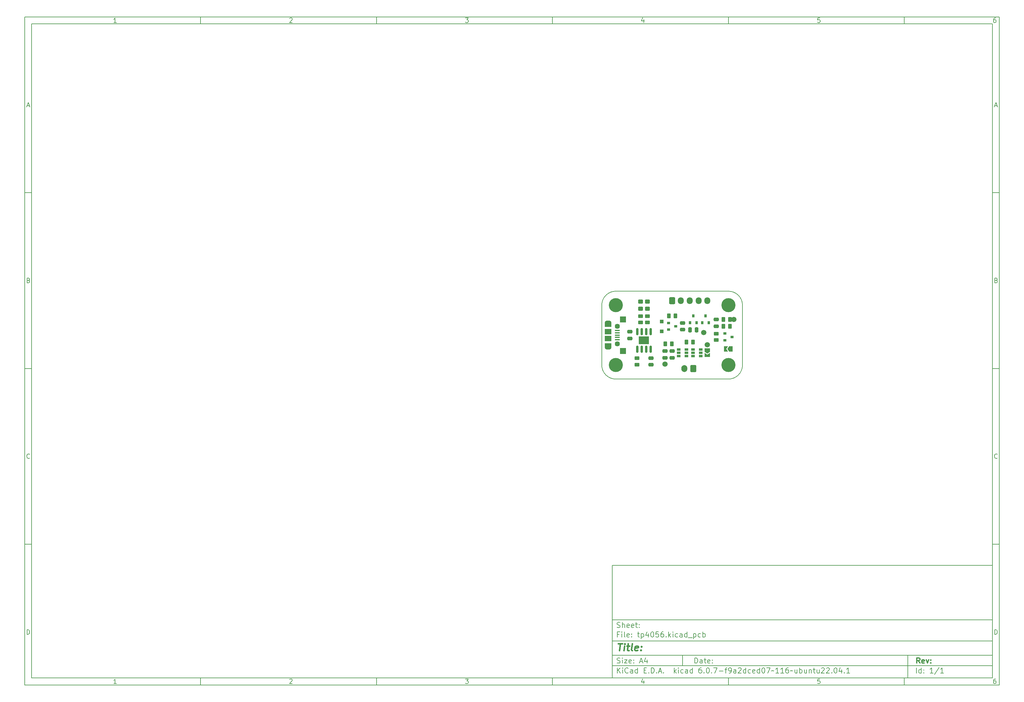
<source format=gbr>
%TF.GenerationSoftware,KiCad,Pcbnew,6.0.7-f9a2dced07~116~ubuntu22.04.1*%
%TF.CreationDate,2022-09-07T10:58:27-03:00*%
%TF.ProjectId,tp4056,74703430-3536-42e6-9b69-6361645f7063,rev?*%
%TF.SameCoordinates,Original*%
%TF.FileFunction,Soldermask,Top*%
%TF.FilePolarity,Negative*%
%FSLAX46Y46*%
G04 Gerber Fmt 4.6, Leading zero omitted, Abs format (unit mm)*
G04 Created by KiCad (PCBNEW 6.0.7-f9a2dced07~116~ubuntu22.04.1) date 2022-09-07 10:58:27*
%MOMM*%
%LPD*%
G01*
G04 APERTURE LIST*
G04 Aperture macros list*
%AMRoundRect*
0 Rectangle with rounded corners*
0 $1 Rounding radius*
0 $2 $3 $4 $5 $6 $7 $8 $9 X,Y pos of 4 corners*
0 Add a 4 corners polygon primitive as box body*
4,1,4,$2,$3,$4,$5,$6,$7,$8,$9,$2,$3,0*
0 Add four circle primitives for the rounded corners*
1,1,$1+$1,$2,$3*
1,1,$1+$1,$4,$5*
1,1,$1+$1,$6,$7*
1,1,$1+$1,$8,$9*
0 Add four rect primitives between the rounded corners*
20,1,$1+$1,$2,$3,$4,$5,0*
20,1,$1+$1,$4,$5,$6,$7,0*
20,1,$1+$1,$6,$7,$8,$9,0*
20,1,$1+$1,$8,$9,$2,$3,0*%
%AMFreePoly0*
4,1,6,1.000000,0.000000,0.500000,-0.750000,-0.500000,-0.750000,-0.500000,0.750000,0.500000,0.750000,1.000000,0.000000,1.000000,0.000000,$1*%
%AMFreePoly1*
4,1,6,0.500000,-0.750000,-0.650000,-0.750000,-0.150000,0.000000,-0.650000,0.750000,0.500000,0.750000,0.500000,-0.750000,0.500000,-0.750000,$1*%
G04 Aperture macros list end*
%ADD10C,0.100000*%
%ADD11C,0.150000*%
%ADD12C,0.300000*%
%ADD13C,0.400000*%
%TA.AperFunction,Profile*%
%ADD14C,0.150000*%
%TD*%
%ADD15RoundRect,0.250000X-0.475000X0.250000X-0.475000X-0.250000X0.475000X-0.250000X0.475000X0.250000X0*%
%ADD16RoundRect,0.250000X0.262500X0.450000X-0.262500X0.450000X-0.262500X-0.450000X0.262500X-0.450000X0*%
%ADD17R,0.900000X0.800000*%
%ADD18RoundRect,0.250000X-0.450000X0.262500X-0.450000X-0.262500X0.450000X-0.262500X0.450000X0.262500X0*%
%ADD19RoundRect,0.250000X-0.262500X-0.450000X0.262500X-0.450000X0.262500X0.450000X-0.262500X0.450000X0*%
%ADD20RoundRect,0.150000X0.150000X-0.825000X0.150000X0.825000X-0.150000X0.825000X-0.150000X-0.825000X0*%
%ADD21R,3.000000X2.290000*%
%ADD22R,1.350000X0.400000*%
%ADD23O,1.900000X1.200000*%
%ADD24R,1.900000X1.200000*%
%ADD25C,1.450000*%
%ADD26R,1.900000X1.500000*%
%ADD27RoundRect,0.250000X-0.600000X-0.725000X0.600000X-0.725000X0.600000X0.725000X-0.600000X0.725000X0*%
%ADD28O,1.700000X1.950000*%
%ADD29RoundRect,0.250000X0.475000X-0.250000X0.475000X0.250000X-0.475000X0.250000X-0.475000X-0.250000X0*%
%ADD30RoundRect,0.250000X0.450000X-0.325000X0.450000X0.325000X-0.450000X0.325000X-0.450000X-0.325000X0*%
%ADD31R,1.700000X1.700000*%
%ADD32RoundRect,0.250000X0.600000X0.750000X-0.600000X0.750000X-0.600000X-0.750000X0.600000X-0.750000X0*%
%ADD33O,1.700000X2.000000*%
%ADD34RoundRect,0.250000X0.450000X-0.262500X0.450000X0.262500X-0.450000X0.262500X-0.450000X-0.262500X0*%
%ADD35FreePoly0,270.000000*%
%ADD36FreePoly1,270.000000*%
%ADD37R,0.800000X0.900000*%
%ADD38R,1.060000X0.650000*%
%ADD39R,1.100000X1.100000*%
%ADD40RoundRect,0.250000X0.250000X0.475000X-0.250000X0.475000X-0.250000X-0.475000X0.250000X-0.475000X0*%
%ADD41C,4.000000*%
%ADD42FreePoly0,180.000000*%
%ADD43FreePoly1,180.000000*%
%ADD44C,1.500000*%
G04 APERTURE END LIST*
D10*
D11*
X177002200Y-166007200D02*
X177002200Y-198007200D01*
X285002200Y-198007200D01*
X285002200Y-166007200D01*
X177002200Y-166007200D01*
D10*
D11*
X10000000Y-10000000D02*
X10000000Y-200007200D01*
X287002200Y-200007200D01*
X287002200Y-10000000D01*
X10000000Y-10000000D01*
D10*
D11*
X12000000Y-12000000D02*
X12000000Y-198007200D01*
X285002200Y-198007200D01*
X285002200Y-12000000D01*
X12000000Y-12000000D01*
D10*
D11*
X60000000Y-12000000D02*
X60000000Y-10000000D01*
D10*
D11*
X110000000Y-12000000D02*
X110000000Y-10000000D01*
D10*
D11*
X160000000Y-12000000D02*
X160000000Y-10000000D01*
D10*
D11*
X210000000Y-12000000D02*
X210000000Y-10000000D01*
D10*
D11*
X260000000Y-12000000D02*
X260000000Y-10000000D01*
D10*
D11*
X36065476Y-11588095D02*
X35322619Y-11588095D01*
X35694047Y-11588095D02*
X35694047Y-10288095D01*
X35570238Y-10473809D01*
X35446428Y-10597619D01*
X35322619Y-10659523D01*
D10*
D11*
X85322619Y-10411904D02*
X85384523Y-10350000D01*
X85508333Y-10288095D01*
X85817857Y-10288095D01*
X85941666Y-10350000D01*
X86003571Y-10411904D01*
X86065476Y-10535714D01*
X86065476Y-10659523D01*
X86003571Y-10845238D01*
X85260714Y-11588095D01*
X86065476Y-11588095D01*
D10*
D11*
X135260714Y-10288095D02*
X136065476Y-10288095D01*
X135632142Y-10783333D01*
X135817857Y-10783333D01*
X135941666Y-10845238D01*
X136003571Y-10907142D01*
X136065476Y-11030952D01*
X136065476Y-11340476D01*
X136003571Y-11464285D01*
X135941666Y-11526190D01*
X135817857Y-11588095D01*
X135446428Y-11588095D01*
X135322619Y-11526190D01*
X135260714Y-11464285D01*
D10*
D11*
X185941666Y-10721428D02*
X185941666Y-11588095D01*
X185632142Y-10226190D02*
X185322619Y-11154761D01*
X186127380Y-11154761D01*
D10*
D11*
X236003571Y-10288095D02*
X235384523Y-10288095D01*
X235322619Y-10907142D01*
X235384523Y-10845238D01*
X235508333Y-10783333D01*
X235817857Y-10783333D01*
X235941666Y-10845238D01*
X236003571Y-10907142D01*
X236065476Y-11030952D01*
X236065476Y-11340476D01*
X236003571Y-11464285D01*
X235941666Y-11526190D01*
X235817857Y-11588095D01*
X235508333Y-11588095D01*
X235384523Y-11526190D01*
X235322619Y-11464285D01*
D10*
D11*
X285941666Y-10288095D02*
X285694047Y-10288095D01*
X285570238Y-10350000D01*
X285508333Y-10411904D01*
X285384523Y-10597619D01*
X285322619Y-10845238D01*
X285322619Y-11340476D01*
X285384523Y-11464285D01*
X285446428Y-11526190D01*
X285570238Y-11588095D01*
X285817857Y-11588095D01*
X285941666Y-11526190D01*
X286003571Y-11464285D01*
X286065476Y-11340476D01*
X286065476Y-11030952D01*
X286003571Y-10907142D01*
X285941666Y-10845238D01*
X285817857Y-10783333D01*
X285570238Y-10783333D01*
X285446428Y-10845238D01*
X285384523Y-10907142D01*
X285322619Y-11030952D01*
D10*
D11*
X60000000Y-198007200D02*
X60000000Y-200007200D01*
D10*
D11*
X110000000Y-198007200D02*
X110000000Y-200007200D01*
D10*
D11*
X160000000Y-198007200D02*
X160000000Y-200007200D01*
D10*
D11*
X210000000Y-198007200D02*
X210000000Y-200007200D01*
D10*
D11*
X260000000Y-198007200D02*
X260000000Y-200007200D01*
D10*
D11*
X36065476Y-199595295D02*
X35322619Y-199595295D01*
X35694047Y-199595295D02*
X35694047Y-198295295D01*
X35570238Y-198481009D01*
X35446428Y-198604819D01*
X35322619Y-198666723D01*
D10*
D11*
X85322619Y-198419104D02*
X85384523Y-198357200D01*
X85508333Y-198295295D01*
X85817857Y-198295295D01*
X85941666Y-198357200D01*
X86003571Y-198419104D01*
X86065476Y-198542914D01*
X86065476Y-198666723D01*
X86003571Y-198852438D01*
X85260714Y-199595295D01*
X86065476Y-199595295D01*
D10*
D11*
X135260714Y-198295295D02*
X136065476Y-198295295D01*
X135632142Y-198790533D01*
X135817857Y-198790533D01*
X135941666Y-198852438D01*
X136003571Y-198914342D01*
X136065476Y-199038152D01*
X136065476Y-199347676D01*
X136003571Y-199471485D01*
X135941666Y-199533390D01*
X135817857Y-199595295D01*
X135446428Y-199595295D01*
X135322619Y-199533390D01*
X135260714Y-199471485D01*
D10*
D11*
X185941666Y-198728628D02*
X185941666Y-199595295D01*
X185632142Y-198233390D02*
X185322619Y-199161961D01*
X186127380Y-199161961D01*
D10*
D11*
X236003571Y-198295295D02*
X235384523Y-198295295D01*
X235322619Y-198914342D01*
X235384523Y-198852438D01*
X235508333Y-198790533D01*
X235817857Y-198790533D01*
X235941666Y-198852438D01*
X236003571Y-198914342D01*
X236065476Y-199038152D01*
X236065476Y-199347676D01*
X236003571Y-199471485D01*
X235941666Y-199533390D01*
X235817857Y-199595295D01*
X235508333Y-199595295D01*
X235384523Y-199533390D01*
X235322619Y-199471485D01*
D10*
D11*
X285941666Y-198295295D02*
X285694047Y-198295295D01*
X285570238Y-198357200D01*
X285508333Y-198419104D01*
X285384523Y-198604819D01*
X285322619Y-198852438D01*
X285322619Y-199347676D01*
X285384523Y-199471485D01*
X285446428Y-199533390D01*
X285570238Y-199595295D01*
X285817857Y-199595295D01*
X285941666Y-199533390D01*
X286003571Y-199471485D01*
X286065476Y-199347676D01*
X286065476Y-199038152D01*
X286003571Y-198914342D01*
X285941666Y-198852438D01*
X285817857Y-198790533D01*
X285570238Y-198790533D01*
X285446428Y-198852438D01*
X285384523Y-198914342D01*
X285322619Y-199038152D01*
D10*
D11*
X10000000Y-60000000D02*
X12000000Y-60000000D01*
D10*
D11*
X10000000Y-110000000D02*
X12000000Y-110000000D01*
D10*
D11*
X10000000Y-160000000D02*
X12000000Y-160000000D01*
D10*
D11*
X10690476Y-35216666D02*
X11309523Y-35216666D01*
X10566666Y-35588095D02*
X11000000Y-34288095D01*
X11433333Y-35588095D01*
D10*
D11*
X11092857Y-84907142D02*
X11278571Y-84969047D01*
X11340476Y-85030952D01*
X11402380Y-85154761D01*
X11402380Y-85340476D01*
X11340476Y-85464285D01*
X11278571Y-85526190D01*
X11154761Y-85588095D01*
X10659523Y-85588095D01*
X10659523Y-84288095D01*
X11092857Y-84288095D01*
X11216666Y-84350000D01*
X11278571Y-84411904D01*
X11340476Y-84535714D01*
X11340476Y-84659523D01*
X11278571Y-84783333D01*
X11216666Y-84845238D01*
X11092857Y-84907142D01*
X10659523Y-84907142D01*
D10*
D11*
X11402380Y-135464285D02*
X11340476Y-135526190D01*
X11154761Y-135588095D01*
X11030952Y-135588095D01*
X10845238Y-135526190D01*
X10721428Y-135402380D01*
X10659523Y-135278571D01*
X10597619Y-135030952D01*
X10597619Y-134845238D01*
X10659523Y-134597619D01*
X10721428Y-134473809D01*
X10845238Y-134350000D01*
X11030952Y-134288095D01*
X11154761Y-134288095D01*
X11340476Y-134350000D01*
X11402380Y-134411904D01*
D10*
D11*
X10659523Y-185588095D02*
X10659523Y-184288095D01*
X10969047Y-184288095D01*
X11154761Y-184350000D01*
X11278571Y-184473809D01*
X11340476Y-184597619D01*
X11402380Y-184845238D01*
X11402380Y-185030952D01*
X11340476Y-185278571D01*
X11278571Y-185402380D01*
X11154761Y-185526190D01*
X10969047Y-185588095D01*
X10659523Y-185588095D01*
D10*
D11*
X287002200Y-60000000D02*
X285002200Y-60000000D01*
D10*
D11*
X287002200Y-110000000D02*
X285002200Y-110000000D01*
D10*
D11*
X287002200Y-160000000D02*
X285002200Y-160000000D01*
D10*
D11*
X285692676Y-35216666D02*
X286311723Y-35216666D01*
X285568866Y-35588095D02*
X286002200Y-34288095D01*
X286435533Y-35588095D01*
D10*
D11*
X286095057Y-84907142D02*
X286280771Y-84969047D01*
X286342676Y-85030952D01*
X286404580Y-85154761D01*
X286404580Y-85340476D01*
X286342676Y-85464285D01*
X286280771Y-85526190D01*
X286156961Y-85588095D01*
X285661723Y-85588095D01*
X285661723Y-84288095D01*
X286095057Y-84288095D01*
X286218866Y-84350000D01*
X286280771Y-84411904D01*
X286342676Y-84535714D01*
X286342676Y-84659523D01*
X286280771Y-84783333D01*
X286218866Y-84845238D01*
X286095057Y-84907142D01*
X285661723Y-84907142D01*
D10*
D11*
X286404580Y-135464285D02*
X286342676Y-135526190D01*
X286156961Y-135588095D01*
X286033152Y-135588095D01*
X285847438Y-135526190D01*
X285723628Y-135402380D01*
X285661723Y-135278571D01*
X285599819Y-135030952D01*
X285599819Y-134845238D01*
X285661723Y-134597619D01*
X285723628Y-134473809D01*
X285847438Y-134350000D01*
X286033152Y-134288095D01*
X286156961Y-134288095D01*
X286342676Y-134350000D01*
X286404580Y-134411904D01*
D10*
D11*
X285661723Y-185588095D02*
X285661723Y-184288095D01*
X285971247Y-184288095D01*
X286156961Y-184350000D01*
X286280771Y-184473809D01*
X286342676Y-184597619D01*
X286404580Y-184845238D01*
X286404580Y-185030952D01*
X286342676Y-185278571D01*
X286280771Y-185402380D01*
X286156961Y-185526190D01*
X285971247Y-185588095D01*
X285661723Y-185588095D01*
D10*
D11*
X200434342Y-193785771D02*
X200434342Y-192285771D01*
X200791485Y-192285771D01*
X201005771Y-192357200D01*
X201148628Y-192500057D01*
X201220057Y-192642914D01*
X201291485Y-192928628D01*
X201291485Y-193142914D01*
X201220057Y-193428628D01*
X201148628Y-193571485D01*
X201005771Y-193714342D01*
X200791485Y-193785771D01*
X200434342Y-193785771D01*
X202577200Y-193785771D02*
X202577200Y-193000057D01*
X202505771Y-192857200D01*
X202362914Y-192785771D01*
X202077200Y-192785771D01*
X201934342Y-192857200D01*
X202577200Y-193714342D02*
X202434342Y-193785771D01*
X202077200Y-193785771D01*
X201934342Y-193714342D01*
X201862914Y-193571485D01*
X201862914Y-193428628D01*
X201934342Y-193285771D01*
X202077200Y-193214342D01*
X202434342Y-193214342D01*
X202577200Y-193142914D01*
X203077200Y-192785771D02*
X203648628Y-192785771D01*
X203291485Y-192285771D02*
X203291485Y-193571485D01*
X203362914Y-193714342D01*
X203505771Y-193785771D01*
X203648628Y-193785771D01*
X204720057Y-193714342D02*
X204577200Y-193785771D01*
X204291485Y-193785771D01*
X204148628Y-193714342D01*
X204077200Y-193571485D01*
X204077200Y-193000057D01*
X204148628Y-192857200D01*
X204291485Y-192785771D01*
X204577200Y-192785771D01*
X204720057Y-192857200D01*
X204791485Y-193000057D01*
X204791485Y-193142914D01*
X204077200Y-193285771D01*
X205434342Y-193642914D02*
X205505771Y-193714342D01*
X205434342Y-193785771D01*
X205362914Y-193714342D01*
X205434342Y-193642914D01*
X205434342Y-193785771D01*
X205434342Y-192857200D02*
X205505771Y-192928628D01*
X205434342Y-193000057D01*
X205362914Y-192928628D01*
X205434342Y-192857200D01*
X205434342Y-193000057D01*
D10*
D11*
X177002200Y-194507200D02*
X285002200Y-194507200D01*
D10*
D11*
X178434342Y-196585771D02*
X178434342Y-195085771D01*
X179291485Y-196585771D02*
X178648628Y-195728628D01*
X179291485Y-195085771D02*
X178434342Y-195942914D01*
X179934342Y-196585771D02*
X179934342Y-195585771D01*
X179934342Y-195085771D02*
X179862914Y-195157200D01*
X179934342Y-195228628D01*
X180005771Y-195157200D01*
X179934342Y-195085771D01*
X179934342Y-195228628D01*
X181505771Y-196442914D02*
X181434342Y-196514342D01*
X181220057Y-196585771D01*
X181077200Y-196585771D01*
X180862914Y-196514342D01*
X180720057Y-196371485D01*
X180648628Y-196228628D01*
X180577200Y-195942914D01*
X180577200Y-195728628D01*
X180648628Y-195442914D01*
X180720057Y-195300057D01*
X180862914Y-195157200D01*
X181077200Y-195085771D01*
X181220057Y-195085771D01*
X181434342Y-195157200D01*
X181505771Y-195228628D01*
X182791485Y-196585771D02*
X182791485Y-195800057D01*
X182720057Y-195657200D01*
X182577200Y-195585771D01*
X182291485Y-195585771D01*
X182148628Y-195657200D01*
X182791485Y-196514342D02*
X182648628Y-196585771D01*
X182291485Y-196585771D01*
X182148628Y-196514342D01*
X182077200Y-196371485D01*
X182077200Y-196228628D01*
X182148628Y-196085771D01*
X182291485Y-196014342D01*
X182648628Y-196014342D01*
X182791485Y-195942914D01*
X184148628Y-196585771D02*
X184148628Y-195085771D01*
X184148628Y-196514342D02*
X184005771Y-196585771D01*
X183720057Y-196585771D01*
X183577200Y-196514342D01*
X183505771Y-196442914D01*
X183434342Y-196300057D01*
X183434342Y-195871485D01*
X183505771Y-195728628D01*
X183577200Y-195657200D01*
X183720057Y-195585771D01*
X184005771Y-195585771D01*
X184148628Y-195657200D01*
X186005771Y-195800057D02*
X186505771Y-195800057D01*
X186720057Y-196585771D02*
X186005771Y-196585771D01*
X186005771Y-195085771D01*
X186720057Y-195085771D01*
X187362914Y-196442914D02*
X187434342Y-196514342D01*
X187362914Y-196585771D01*
X187291485Y-196514342D01*
X187362914Y-196442914D01*
X187362914Y-196585771D01*
X188077200Y-196585771D02*
X188077200Y-195085771D01*
X188434342Y-195085771D01*
X188648628Y-195157200D01*
X188791485Y-195300057D01*
X188862914Y-195442914D01*
X188934342Y-195728628D01*
X188934342Y-195942914D01*
X188862914Y-196228628D01*
X188791485Y-196371485D01*
X188648628Y-196514342D01*
X188434342Y-196585771D01*
X188077200Y-196585771D01*
X189577200Y-196442914D02*
X189648628Y-196514342D01*
X189577200Y-196585771D01*
X189505771Y-196514342D01*
X189577200Y-196442914D01*
X189577200Y-196585771D01*
X190220057Y-196157200D02*
X190934342Y-196157200D01*
X190077200Y-196585771D02*
X190577200Y-195085771D01*
X191077200Y-196585771D01*
X191577200Y-196442914D02*
X191648628Y-196514342D01*
X191577200Y-196585771D01*
X191505771Y-196514342D01*
X191577200Y-196442914D01*
X191577200Y-196585771D01*
X194577200Y-196585771D02*
X194577200Y-195085771D01*
X194720057Y-196014342D02*
X195148628Y-196585771D01*
X195148628Y-195585771D02*
X194577200Y-196157200D01*
X195791485Y-196585771D02*
X195791485Y-195585771D01*
X195791485Y-195085771D02*
X195720057Y-195157200D01*
X195791485Y-195228628D01*
X195862914Y-195157200D01*
X195791485Y-195085771D01*
X195791485Y-195228628D01*
X197148628Y-196514342D02*
X197005771Y-196585771D01*
X196720057Y-196585771D01*
X196577200Y-196514342D01*
X196505771Y-196442914D01*
X196434342Y-196300057D01*
X196434342Y-195871485D01*
X196505771Y-195728628D01*
X196577200Y-195657200D01*
X196720057Y-195585771D01*
X197005771Y-195585771D01*
X197148628Y-195657200D01*
X198434342Y-196585771D02*
X198434342Y-195800057D01*
X198362914Y-195657200D01*
X198220057Y-195585771D01*
X197934342Y-195585771D01*
X197791485Y-195657200D01*
X198434342Y-196514342D02*
X198291485Y-196585771D01*
X197934342Y-196585771D01*
X197791485Y-196514342D01*
X197720057Y-196371485D01*
X197720057Y-196228628D01*
X197791485Y-196085771D01*
X197934342Y-196014342D01*
X198291485Y-196014342D01*
X198434342Y-195942914D01*
X199791485Y-196585771D02*
X199791485Y-195085771D01*
X199791485Y-196514342D02*
X199648628Y-196585771D01*
X199362914Y-196585771D01*
X199220057Y-196514342D01*
X199148628Y-196442914D01*
X199077200Y-196300057D01*
X199077200Y-195871485D01*
X199148628Y-195728628D01*
X199220057Y-195657200D01*
X199362914Y-195585771D01*
X199648628Y-195585771D01*
X199791485Y-195657200D01*
X202291485Y-195085771D02*
X202005771Y-195085771D01*
X201862914Y-195157200D01*
X201791485Y-195228628D01*
X201648628Y-195442914D01*
X201577200Y-195728628D01*
X201577200Y-196300057D01*
X201648628Y-196442914D01*
X201720057Y-196514342D01*
X201862914Y-196585771D01*
X202148628Y-196585771D01*
X202291485Y-196514342D01*
X202362914Y-196442914D01*
X202434342Y-196300057D01*
X202434342Y-195942914D01*
X202362914Y-195800057D01*
X202291485Y-195728628D01*
X202148628Y-195657200D01*
X201862914Y-195657200D01*
X201720057Y-195728628D01*
X201648628Y-195800057D01*
X201577200Y-195942914D01*
X203077200Y-196442914D02*
X203148628Y-196514342D01*
X203077200Y-196585771D01*
X203005771Y-196514342D01*
X203077200Y-196442914D01*
X203077200Y-196585771D01*
X204077200Y-195085771D02*
X204220057Y-195085771D01*
X204362914Y-195157200D01*
X204434342Y-195228628D01*
X204505771Y-195371485D01*
X204577200Y-195657200D01*
X204577200Y-196014342D01*
X204505771Y-196300057D01*
X204434342Y-196442914D01*
X204362914Y-196514342D01*
X204220057Y-196585771D01*
X204077200Y-196585771D01*
X203934342Y-196514342D01*
X203862914Y-196442914D01*
X203791485Y-196300057D01*
X203720057Y-196014342D01*
X203720057Y-195657200D01*
X203791485Y-195371485D01*
X203862914Y-195228628D01*
X203934342Y-195157200D01*
X204077200Y-195085771D01*
X205220057Y-196442914D02*
X205291485Y-196514342D01*
X205220057Y-196585771D01*
X205148628Y-196514342D01*
X205220057Y-196442914D01*
X205220057Y-196585771D01*
X205791485Y-195085771D02*
X206791485Y-195085771D01*
X206148628Y-196585771D01*
X207362914Y-196014342D02*
X208505771Y-196014342D01*
X209005771Y-195585771D02*
X209577200Y-195585771D01*
X209220057Y-196585771D02*
X209220057Y-195300057D01*
X209291485Y-195157200D01*
X209434342Y-195085771D01*
X209577200Y-195085771D01*
X210148628Y-196585771D02*
X210434342Y-196585771D01*
X210577200Y-196514342D01*
X210648628Y-196442914D01*
X210791485Y-196228628D01*
X210862914Y-195942914D01*
X210862914Y-195371485D01*
X210791485Y-195228628D01*
X210720057Y-195157200D01*
X210577200Y-195085771D01*
X210291485Y-195085771D01*
X210148628Y-195157200D01*
X210077200Y-195228628D01*
X210005771Y-195371485D01*
X210005771Y-195728628D01*
X210077200Y-195871485D01*
X210148628Y-195942914D01*
X210291485Y-196014342D01*
X210577200Y-196014342D01*
X210720057Y-195942914D01*
X210791485Y-195871485D01*
X210862914Y-195728628D01*
X212148628Y-196585771D02*
X212148628Y-195800057D01*
X212077200Y-195657200D01*
X211934342Y-195585771D01*
X211648628Y-195585771D01*
X211505771Y-195657200D01*
X212148628Y-196514342D02*
X212005771Y-196585771D01*
X211648628Y-196585771D01*
X211505771Y-196514342D01*
X211434342Y-196371485D01*
X211434342Y-196228628D01*
X211505771Y-196085771D01*
X211648628Y-196014342D01*
X212005771Y-196014342D01*
X212148628Y-195942914D01*
X212791485Y-195228628D02*
X212862914Y-195157200D01*
X213005771Y-195085771D01*
X213362914Y-195085771D01*
X213505771Y-195157200D01*
X213577200Y-195228628D01*
X213648628Y-195371485D01*
X213648628Y-195514342D01*
X213577200Y-195728628D01*
X212720057Y-196585771D01*
X213648628Y-196585771D01*
X214934342Y-196585771D02*
X214934342Y-195085771D01*
X214934342Y-196514342D02*
X214791485Y-196585771D01*
X214505771Y-196585771D01*
X214362914Y-196514342D01*
X214291485Y-196442914D01*
X214220057Y-196300057D01*
X214220057Y-195871485D01*
X214291485Y-195728628D01*
X214362914Y-195657200D01*
X214505771Y-195585771D01*
X214791485Y-195585771D01*
X214934342Y-195657200D01*
X216291485Y-196514342D02*
X216148628Y-196585771D01*
X215862914Y-196585771D01*
X215720057Y-196514342D01*
X215648628Y-196442914D01*
X215577200Y-196300057D01*
X215577200Y-195871485D01*
X215648628Y-195728628D01*
X215720057Y-195657200D01*
X215862914Y-195585771D01*
X216148628Y-195585771D01*
X216291485Y-195657200D01*
X217505771Y-196514342D02*
X217362914Y-196585771D01*
X217077200Y-196585771D01*
X216934342Y-196514342D01*
X216862914Y-196371485D01*
X216862914Y-195800057D01*
X216934342Y-195657200D01*
X217077200Y-195585771D01*
X217362914Y-195585771D01*
X217505771Y-195657200D01*
X217577200Y-195800057D01*
X217577200Y-195942914D01*
X216862914Y-196085771D01*
X218862914Y-196585771D02*
X218862914Y-195085771D01*
X218862914Y-196514342D02*
X218720057Y-196585771D01*
X218434342Y-196585771D01*
X218291485Y-196514342D01*
X218220057Y-196442914D01*
X218148628Y-196300057D01*
X218148628Y-195871485D01*
X218220057Y-195728628D01*
X218291485Y-195657200D01*
X218434342Y-195585771D01*
X218720057Y-195585771D01*
X218862914Y-195657200D01*
X219862914Y-195085771D02*
X220005771Y-195085771D01*
X220148628Y-195157200D01*
X220220057Y-195228628D01*
X220291485Y-195371485D01*
X220362914Y-195657200D01*
X220362914Y-196014342D01*
X220291485Y-196300057D01*
X220220057Y-196442914D01*
X220148628Y-196514342D01*
X220005771Y-196585771D01*
X219862914Y-196585771D01*
X219720057Y-196514342D01*
X219648628Y-196442914D01*
X219577200Y-196300057D01*
X219505771Y-196014342D01*
X219505771Y-195657200D01*
X219577200Y-195371485D01*
X219648628Y-195228628D01*
X219720057Y-195157200D01*
X219862914Y-195085771D01*
X220862914Y-195085771D02*
X221862914Y-195085771D01*
X221220057Y-196585771D01*
X222220057Y-196014342D02*
X222291485Y-195942914D01*
X222434342Y-195871485D01*
X222720057Y-196014342D01*
X222862914Y-195942914D01*
X222934342Y-195871485D01*
X224291485Y-196585771D02*
X223434342Y-196585771D01*
X223862914Y-196585771D02*
X223862914Y-195085771D01*
X223720057Y-195300057D01*
X223577200Y-195442914D01*
X223434342Y-195514342D01*
X225720057Y-196585771D02*
X224862914Y-196585771D01*
X225291485Y-196585771D02*
X225291485Y-195085771D01*
X225148628Y-195300057D01*
X225005771Y-195442914D01*
X224862914Y-195514342D01*
X227005771Y-195085771D02*
X226720057Y-195085771D01*
X226577200Y-195157200D01*
X226505771Y-195228628D01*
X226362914Y-195442914D01*
X226291485Y-195728628D01*
X226291485Y-196300057D01*
X226362914Y-196442914D01*
X226434342Y-196514342D01*
X226577200Y-196585771D01*
X226862914Y-196585771D01*
X227005771Y-196514342D01*
X227077200Y-196442914D01*
X227148628Y-196300057D01*
X227148628Y-195942914D01*
X227077200Y-195800057D01*
X227005771Y-195728628D01*
X226862914Y-195657200D01*
X226577200Y-195657200D01*
X226434342Y-195728628D01*
X226362914Y-195800057D01*
X226291485Y-195942914D01*
X227577199Y-196014342D02*
X227648628Y-195942914D01*
X227791485Y-195871485D01*
X228077199Y-196014342D01*
X228220057Y-195942914D01*
X228291485Y-195871485D01*
X229505771Y-195585771D02*
X229505771Y-196585771D01*
X228862914Y-195585771D02*
X228862914Y-196371485D01*
X228934342Y-196514342D01*
X229077200Y-196585771D01*
X229291485Y-196585771D01*
X229434342Y-196514342D01*
X229505771Y-196442914D01*
X230220057Y-196585771D02*
X230220057Y-195085771D01*
X230220057Y-195657200D02*
X230362914Y-195585771D01*
X230648628Y-195585771D01*
X230791485Y-195657200D01*
X230862914Y-195728628D01*
X230934342Y-195871485D01*
X230934342Y-196300057D01*
X230862914Y-196442914D01*
X230791485Y-196514342D01*
X230648628Y-196585771D01*
X230362914Y-196585771D01*
X230220057Y-196514342D01*
X232220057Y-195585771D02*
X232220057Y-196585771D01*
X231577200Y-195585771D02*
X231577200Y-196371485D01*
X231648628Y-196514342D01*
X231791485Y-196585771D01*
X232005771Y-196585771D01*
X232148628Y-196514342D01*
X232220057Y-196442914D01*
X232934342Y-195585771D02*
X232934342Y-196585771D01*
X232934342Y-195728628D02*
X233005771Y-195657200D01*
X233148628Y-195585771D01*
X233362914Y-195585771D01*
X233505771Y-195657200D01*
X233577200Y-195800057D01*
X233577200Y-196585771D01*
X234077200Y-195585771D02*
X234648628Y-195585771D01*
X234291485Y-195085771D02*
X234291485Y-196371485D01*
X234362914Y-196514342D01*
X234505771Y-196585771D01*
X234648628Y-196585771D01*
X235791485Y-195585771D02*
X235791485Y-196585771D01*
X235148628Y-195585771D02*
X235148628Y-196371485D01*
X235220057Y-196514342D01*
X235362914Y-196585771D01*
X235577200Y-196585771D01*
X235720057Y-196514342D01*
X235791485Y-196442914D01*
X236434342Y-195228628D02*
X236505771Y-195157200D01*
X236648628Y-195085771D01*
X237005771Y-195085771D01*
X237148628Y-195157200D01*
X237220057Y-195228628D01*
X237291485Y-195371485D01*
X237291485Y-195514342D01*
X237220057Y-195728628D01*
X236362914Y-196585771D01*
X237291485Y-196585771D01*
X237862914Y-195228628D02*
X237934342Y-195157200D01*
X238077200Y-195085771D01*
X238434342Y-195085771D01*
X238577200Y-195157200D01*
X238648628Y-195228628D01*
X238720057Y-195371485D01*
X238720057Y-195514342D01*
X238648628Y-195728628D01*
X237791485Y-196585771D01*
X238720057Y-196585771D01*
X239362914Y-196442914D02*
X239434342Y-196514342D01*
X239362914Y-196585771D01*
X239291485Y-196514342D01*
X239362914Y-196442914D01*
X239362914Y-196585771D01*
X240362914Y-195085771D02*
X240505771Y-195085771D01*
X240648628Y-195157200D01*
X240720057Y-195228628D01*
X240791485Y-195371485D01*
X240862914Y-195657200D01*
X240862914Y-196014342D01*
X240791485Y-196300057D01*
X240720057Y-196442914D01*
X240648628Y-196514342D01*
X240505771Y-196585771D01*
X240362914Y-196585771D01*
X240220057Y-196514342D01*
X240148628Y-196442914D01*
X240077200Y-196300057D01*
X240005771Y-196014342D01*
X240005771Y-195657200D01*
X240077200Y-195371485D01*
X240148628Y-195228628D01*
X240220057Y-195157200D01*
X240362914Y-195085771D01*
X242148628Y-195585771D02*
X242148628Y-196585771D01*
X241791485Y-195014342D02*
X241434342Y-196085771D01*
X242362914Y-196085771D01*
X242934342Y-196442914D02*
X243005771Y-196514342D01*
X242934342Y-196585771D01*
X242862914Y-196514342D01*
X242934342Y-196442914D01*
X242934342Y-196585771D01*
X244434342Y-196585771D02*
X243577199Y-196585771D01*
X244005771Y-196585771D02*
X244005771Y-195085771D01*
X243862914Y-195300057D01*
X243720057Y-195442914D01*
X243577199Y-195514342D01*
D10*
D11*
X177002200Y-191507200D02*
X285002200Y-191507200D01*
D10*
D12*
X264411485Y-193785771D02*
X263911485Y-193071485D01*
X263554342Y-193785771D02*
X263554342Y-192285771D01*
X264125771Y-192285771D01*
X264268628Y-192357200D01*
X264340057Y-192428628D01*
X264411485Y-192571485D01*
X264411485Y-192785771D01*
X264340057Y-192928628D01*
X264268628Y-193000057D01*
X264125771Y-193071485D01*
X263554342Y-193071485D01*
X265625771Y-193714342D02*
X265482914Y-193785771D01*
X265197200Y-193785771D01*
X265054342Y-193714342D01*
X264982914Y-193571485D01*
X264982914Y-193000057D01*
X265054342Y-192857200D01*
X265197200Y-192785771D01*
X265482914Y-192785771D01*
X265625771Y-192857200D01*
X265697200Y-193000057D01*
X265697200Y-193142914D01*
X264982914Y-193285771D01*
X266197200Y-192785771D02*
X266554342Y-193785771D01*
X266911485Y-192785771D01*
X267482914Y-193642914D02*
X267554342Y-193714342D01*
X267482914Y-193785771D01*
X267411485Y-193714342D01*
X267482914Y-193642914D01*
X267482914Y-193785771D01*
X267482914Y-192857200D02*
X267554342Y-192928628D01*
X267482914Y-193000057D01*
X267411485Y-192928628D01*
X267482914Y-192857200D01*
X267482914Y-193000057D01*
D10*
D11*
X178362914Y-193714342D02*
X178577200Y-193785771D01*
X178934342Y-193785771D01*
X179077200Y-193714342D01*
X179148628Y-193642914D01*
X179220057Y-193500057D01*
X179220057Y-193357200D01*
X179148628Y-193214342D01*
X179077200Y-193142914D01*
X178934342Y-193071485D01*
X178648628Y-193000057D01*
X178505771Y-192928628D01*
X178434342Y-192857200D01*
X178362914Y-192714342D01*
X178362914Y-192571485D01*
X178434342Y-192428628D01*
X178505771Y-192357200D01*
X178648628Y-192285771D01*
X179005771Y-192285771D01*
X179220057Y-192357200D01*
X179862914Y-193785771D02*
X179862914Y-192785771D01*
X179862914Y-192285771D02*
X179791485Y-192357200D01*
X179862914Y-192428628D01*
X179934342Y-192357200D01*
X179862914Y-192285771D01*
X179862914Y-192428628D01*
X180434342Y-192785771D02*
X181220057Y-192785771D01*
X180434342Y-193785771D01*
X181220057Y-193785771D01*
X182362914Y-193714342D02*
X182220057Y-193785771D01*
X181934342Y-193785771D01*
X181791485Y-193714342D01*
X181720057Y-193571485D01*
X181720057Y-193000057D01*
X181791485Y-192857200D01*
X181934342Y-192785771D01*
X182220057Y-192785771D01*
X182362914Y-192857200D01*
X182434342Y-193000057D01*
X182434342Y-193142914D01*
X181720057Y-193285771D01*
X183077200Y-193642914D02*
X183148628Y-193714342D01*
X183077200Y-193785771D01*
X183005771Y-193714342D01*
X183077200Y-193642914D01*
X183077200Y-193785771D01*
X183077200Y-192857200D02*
X183148628Y-192928628D01*
X183077200Y-193000057D01*
X183005771Y-192928628D01*
X183077200Y-192857200D01*
X183077200Y-193000057D01*
X184862914Y-193357200D02*
X185577200Y-193357200D01*
X184720057Y-193785771D02*
X185220057Y-192285771D01*
X185720057Y-193785771D01*
X186862914Y-192785771D02*
X186862914Y-193785771D01*
X186505771Y-192214342D02*
X186148628Y-193285771D01*
X187077200Y-193285771D01*
D10*
D11*
X263434342Y-196585771D02*
X263434342Y-195085771D01*
X264791485Y-196585771D02*
X264791485Y-195085771D01*
X264791485Y-196514342D02*
X264648628Y-196585771D01*
X264362914Y-196585771D01*
X264220057Y-196514342D01*
X264148628Y-196442914D01*
X264077200Y-196300057D01*
X264077200Y-195871485D01*
X264148628Y-195728628D01*
X264220057Y-195657200D01*
X264362914Y-195585771D01*
X264648628Y-195585771D01*
X264791485Y-195657200D01*
X265505771Y-196442914D02*
X265577200Y-196514342D01*
X265505771Y-196585771D01*
X265434342Y-196514342D01*
X265505771Y-196442914D01*
X265505771Y-196585771D01*
X265505771Y-195657200D02*
X265577200Y-195728628D01*
X265505771Y-195800057D01*
X265434342Y-195728628D01*
X265505771Y-195657200D01*
X265505771Y-195800057D01*
X268148628Y-196585771D02*
X267291485Y-196585771D01*
X267720057Y-196585771D02*
X267720057Y-195085771D01*
X267577200Y-195300057D01*
X267434342Y-195442914D01*
X267291485Y-195514342D01*
X269862914Y-195014342D02*
X268577200Y-196942914D01*
X271148628Y-196585771D02*
X270291485Y-196585771D01*
X270720057Y-196585771D02*
X270720057Y-195085771D01*
X270577200Y-195300057D01*
X270434342Y-195442914D01*
X270291485Y-195514342D01*
D10*
D11*
X177002200Y-187507200D02*
X285002200Y-187507200D01*
D10*
D13*
X178714580Y-188211961D02*
X179857438Y-188211961D01*
X179036009Y-190211961D02*
X179286009Y-188211961D01*
X180274104Y-190211961D02*
X180440771Y-188878628D01*
X180524104Y-188211961D02*
X180416961Y-188307200D01*
X180500295Y-188402438D01*
X180607438Y-188307200D01*
X180524104Y-188211961D01*
X180500295Y-188402438D01*
X181107438Y-188878628D02*
X181869342Y-188878628D01*
X181476485Y-188211961D02*
X181262200Y-189926247D01*
X181333628Y-190116723D01*
X181512200Y-190211961D01*
X181702676Y-190211961D01*
X182655057Y-190211961D02*
X182476485Y-190116723D01*
X182405057Y-189926247D01*
X182619342Y-188211961D01*
X184190771Y-190116723D02*
X183988390Y-190211961D01*
X183607438Y-190211961D01*
X183428866Y-190116723D01*
X183357438Y-189926247D01*
X183452676Y-189164342D01*
X183571723Y-188973866D01*
X183774104Y-188878628D01*
X184155057Y-188878628D01*
X184333628Y-188973866D01*
X184405057Y-189164342D01*
X184381247Y-189354819D01*
X183405057Y-189545295D01*
X185155057Y-190021485D02*
X185238390Y-190116723D01*
X185131247Y-190211961D01*
X185047914Y-190116723D01*
X185155057Y-190021485D01*
X185131247Y-190211961D01*
X185286009Y-188973866D02*
X185369342Y-189069104D01*
X185262200Y-189164342D01*
X185178866Y-189069104D01*
X185286009Y-188973866D01*
X185262200Y-189164342D01*
D10*
D11*
X178934342Y-185600057D02*
X178434342Y-185600057D01*
X178434342Y-186385771D02*
X178434342Y-184885771D01*
X179148628Y-184885771D01*
X179720057Y-186385771D02*
X179720057Y-185385771D01*
X179720057Y-184885771D02*
X179648628Y-184957200D01*
X179720057Y-185028628D01*
X179791485Y-184957200D01*
X179720057Y-184885771D01*
X179720057Y-185028628D01*
X180648628Y-186385771D02*
X180505771Y-186314342D01*
X180434342Y-186171485D01*
X180434342Y-184885771D01*
X181791485Y-186314342D02*
X181648628Y-186385771D01*
X181362914Y-186385771D01*
X181220057Y-186314342D01*
X181148628Y-186171485D01*
X181148628Y-185600057D01*
X181220057Y-185457200D01*
X181362914Y-185385771D01*
X181648628Y-185385771D01*
X181791485Y-185457200D01*
X181862914Y-185600057D01*
X181862914Y-185742914D01*
X181148628Y-185885771D01*
X182505771Y-186242914D02*
X182577200Y-186314342D01*
X182505771Y-186385771D01*
X182434342Y-186314342D01*
X182505771Y-186242914D01*
X182505771Y-186385771D01*
X182505771Y-185457200D02*
X182577200Y-185528628D01*
X182505771Y-185600057D01*
X182434342Y-185528628D01*
X182505771Y-185457200D01*
X182505771Y-185600057D01*
X184148628Y-185385771D02*
X184720057Y-185385771D01*
X184362914Y-184885771D02*
X184362914Y-186171485D01*
X184434342Y-186314342D01*
X184577200Y-186385771D01*
X184720057Y-186385771D01*
X185220057Y-185385771D02*
X185220057Y-186885771D01*
X185220057Y-185457200D02*
X185362914Y-185385771D01*
X185648628Y-185385771D01*
X185791485Y-185457200D01*
X185862914Y-185528628D01*
X185934342Y-185671485D01*
X185934342Y-186100057D01*
X185862914Y-186242914D01*
X185791485Y-186314342D01*
X185648628Y-186385771D01*
X185362914Y-186385771D01*
X185220057Y-186314342D01*
X187220057Y-185385771D02*
X187220057Y-186385771D01*
X186862914Y-184814342D02*
X186505771Y-185885771D01*
X187434342Y-185885771D01*
X188291485Y-184885771D02*
X188434342Y-184885771D01*
X188577200Y-184957200D01*
X188648628Y-185028628D01*
X188720057Y-185171485D01*
X188791485Y-185457200D01*
X188791485Y-185814342D01*
X188720057Y-186100057D01*
X188648628Y-186242914D01*
X188577200Y-186314342D01*
X188434342Y-186385771D01*
X188291485Y-186385771D01*
X188148628Y-186314342D01*
X188077200Y-186242914D01*
X188005771Y-186100057D01*
X187934342Y-185814342D01*
X187934342Y-185457200D01*
X188005771Y-185171485D01*
X188077200Y-185028628D01*
X188148628Y-184957200D01*
X188291485Y-184885771D01*
X190148628Y-184885771D02*
X189434342Y-184885771D01*
X189362914Y-185600057D01*
X189434342Y-185528628D01*
X189577200Y-185457200D01*
X189934342Y-185457200D01*
X190077200Y-185528628D01*
X190148628Y-185600057D01*
X190220057Y-185742914D01*
X190220057Y-186100057D01*
X190148628Y-186242914D01*
X190077200Y-186314342D01*
X189934342Y-186385771D01*
X189577200Y-186385771D01*
X189434342Y-186314342D01*
X189362914Y-186242914D01*
X191505771Y-184885771D02*
X191220057Y-184885771D01*
X191077200Y-184957200D01*
X191005771Y-185028628D01*
X190862914Y-185242914D01*
X190791485Y-185528628D01*
X190791485Y-186100057D01*
X190862914Y-186242914D01*
X190934342Y-186314342D01*
X191077200Y-186385771D01*
X191362914Y-186385771D01*
X191505771Y-186314342D01*
X191577200Y-186242914D01*
X191648628Y-186100057D01*
X191648628Y-185742914D01*
X191577200Y-185600057D01*
X191505771Y-185528628D01*
X191362914Y-185457200D01*
X191077200Y-185457200D01*
X190934342Y-185528628D01*
X190862914Y-185600057D01*
X190791485Y-185742914D01*
X192291485Y-186242914D02*
X192362914Y-186314342D01*
X192291485Y-186385771D01*
X192220057Y-186314342D01*
X192291485Y-186242914D01*
X192291485Y-186385771D01*
X193005771Y-186385771D02*
X193005771Y-184885771D01*
X193148628Y-185814342D02*
X193577200Y-186385771D01*
X193577200Y-185385771D02*
X193005771Y-185957200D01*
X194220057Y-186385771D02*
X194220057Y-185385771D01*
X194220057Y-184885771D02*
X194148628Y-184957200D01*
X194220057Y-185028628D01*
X194291485Y-184957200D01*
X194220057Y-184885771D01*
X194220057Y-185028628D01*
X195577200Y-186314342D02*
X195434342Y-186385771D01*
X195148628Y-186385771D01*
X195005771Y-186314342D01*
X194934342Y-186242914D01*
X194862914Y-186100057D01*
X194862914Y-185671485D01*
X194934342Y-185528628D01*
X195005771Y-185457200D01*
X195148628Y-185385771D01*
X195434342Y-185385771D01*
X195577200Y-185457200D01*
X196862914Y-186385771D02*
X196862914Y-185600057D01*
X196791485Y-185457200D01*
X196648628Y-185385771D01*
X196362914Y-185385771D01*
X196220057Y-185457200D01*
X196862914Y-186314342D02*
X196720057Y-186385771D01*
X196362914Y-186385771D01*
X196220057Y-186314342D01*
X196148628Y-186171485D01*
X196148628Y-186028628D01*
X196220057Y-185885771D01*
X196362914Y-185814342D01*
X196720057Y-185814342D01*
X196862914Y-185742914D01*
X198220057Y-186385771D02*
X198220057Y-184885771D01*
X198220057Y-186314342D02*
X198077200Y-186385771D01*
X197791485Y-186385771D01*
X197648628Y-186314342D01*
X197577200Y-186242914D01*
X197505771Y-186100057D01*
X197505771Y-185671485D01*
X197577200Y-185528628D01*
X197648628Y-185457200D01*
X197791485Y-185385771D01*
X198077200Y-185385771D01*
X198220057Y-185457200D01*
X198577200Y-186528628D02*
X199720057Y-186528628D01*
X200077200Y-185385771D02*
X200077200Y-186885771D01*
X200077200Y-185457200D02*
X200220057Y-185385771D01*
X200505771Y-185385771D01*
X200648628Y-185457200D01*
X200720057Y-185528628D01*
X200791485Y-185671485D01*
X200791485Y-186100057D01*
X200720057Y-186242914D01*
X200648628Y-186314342D01*
X200505771Y-186385771D01*
X200220057Y-186385771D01*
X200077200Y-186314342D01*
X202077200Y-186314342D02*
X201934342Y-186385771D01*
X201648628Y-186385771D01*
X201505771Y-186314342D01*
X201434342Y-186242914D01*
X201362914Y-186100057D01*
X201362914Y-185671485D01*
X201434342Y-185528628D01*
X201505771Y-185457200D01*
X201648628Y-185385771D01*
X201934342Y-185385771D01*
X202077200Y-185457200D01*
X202720057Y-186385771D02*
X202720057Y-184885771D01*
X202720057Y-185457200D02*
X202862914Y-185385771D01*
X203148628Y-185385771D01*
X203291485Y-185457200D01*
X203362914Y-185528628D01*
X203434342Y-185671485D01*
X203434342Y-186100057D01*
X203362914Y-186242914D01*
X203291485Y-186314342D01*
X203148628Y-186385771D01*
X202862914Y-186385771D01*
X202720057Y-186314342D01*
D10*
D11*
X177002200Y-181507200D02*
X285002200Y-181507200D01*
D10*
D11*
X178362914Y-183614342D02*
X178577200Y-183685771D01*
X178934342Y-183685771D01*
X179077200Y-183614342D01*
X179148628Y-183542914D01*
X179220057Y-183400057D01*
X179220057Y-183257200D01*
X179148628Y-183114342D01*
X179077200Y-183042914D01*
X178934342Y-182971485D01*
X178648628Y-182900057D01*
X178505771Y-182828628D01*
X178434342Y-182757200D01*
X178362914Y-182614342D01*
X178362914Y-182471485D01*
X178434342Y-182328628D01*
X178505771Y-182257200D01*
X178648628Y-182185771D01*
X179005771Y-182185771D01*
X179220057Y-182257200D01*
X179862914Y-183685771D02*
X179862914Y-182185771D01*
X180505771Y-183685771D02*
X180505771Y-182900057D01*
X180434342Y-182757200D01*
X180291485Y-182685771D01*
X180077200Y-182685771D01*
X179934342Y-182757200D01*
X179862914Y-182828628D01*
X181791485Y-183614342D02*
X181648628Y-183685771D01*
X181362914Y-183685771D01*
X181220057Y-183614342D01*
X181148628Y-183471485D01*
X181148628Y-182900057D01*
X181220057Y-182757200D01*
X181362914Y-182685771D01*
X181648628Y-182685771D01*
X181791485Y-182757200D01*
X181862914Y-182900057D01*
X181862914Y-183042914D01*
X181148628Y-183185771D01*
X183077200Y-183614342D02*
X182934342Y-183685771D01*
X182648628Y-183685771D01*
X182505771Y-183614342D01*
X182434342Y-183471485D01*
X182434342Y-182900057D01*
X182505771Y-182757200D01*
X182648628Y-182685771D01*
X182934342Y-182685771D01*
X183077200Y-182757200D01*
X183148628Y-182900057D01*
X183148628Y-183042914D01*
X182434342Y-183185771D01*
X183577200Y-182685771D02*
X184148628Y-182685771D01*
X183791485Y-182185771D02*
X183791485Y-183471485D01*
X183862914Y-183614342D01*
X184005771Y-183685771D01*
X184148628Y-183685771D01*
X184648628Y-183542914D02*
X184720057Y-183614342D01*
X184648628Y-183685771D01*
X184577200Y-183614342D01*
X184648628Y-183542914D01*
X184648628Y-183685771D01*
X184648628Y-182757200D02*
X184720057Y-182828628D01*
X184648628Y-182900057D01*
X184577200Y-182828628D01*
X184648628Y-182757200D01*
X184648628Y-182900057D01*
D10*
D12*
D10*
D11*
D10*
D11*
D10*
D11*
D10*
D11*
D10*
D11*
X197002200Y-191507200D02*
X197002200Y-194507200D01*
D10*
D11*
X261002200Y-191507200D02*
X261002200Y-198007200D01*
D14*
X210000000Y-88000000D02*
X178000000Y-88000000D01*
X214000000Y-109000000D02*
X214000000Y-92000000D01*
X178000000Y-113000000D02*
X210000000Y-113000000D01*
X174000000Y-92000000D02*
X174000000Y-109000000D01*
X214000000Y-92000000D02*
G75*
G03*
X210000000Y-88000000I-4000000J0D01*
G01*
X178000000Y-88000000D02*
G75*
G03*
X174000000Y-92000000I0J-4000000D01*
G01*
X174000000Y-109000000D02*
G75*
G03*
X178000000Y-113000000I4000000J0D01*
G01*
X210000000Y-113000000D02*
G75*
G03*
X214000000Y-109000000I0J4000000D01*
G01*
D15*
X188000000Y-107050000D03*
X188000000Y-108950000D03*
D16*
X210412500Y-98000000D03*
X208587500Y-98000000D03*
D17*
X209000000Y-100050000D03*
X209000000Y-101950000D03*
X211000000Y-101000000D03*
X193000000Y-97050000D03*
X193000000Y-98950000D03*
X195000000Y-98000000D03*
D18*
X187000000Y-95087500D03*
X187000000Y-96912500D03*
D19*
X208587500Y-96000000D03*
X210412500Y-96000000D03*
X193087500Y-95000000D03*
X194912500Y-95000000D03*
D15*
X197000000Y-97050000D03*
X197000000Y-98950000D03*
D20*
X184095000Y-104475000D03*
X185365000Y-104475000D03*
X186635000Y-104475000D03*
X187905000Y-104475000D03*
X187905000Y-99525000D03*
X186635000Y-99525000D03*
X185365000Y-99525000D03*
X184095000Y-99525000D03*
D21*
X186000000Y-102000000D03*
D22*
X178462500Y-99200000D03*
X178462500Y-99850000D03*
X178462500Y-100500000D03*
X178462500Y-101150000D03*
X178462500Y-101800000D03*
D23*
X175762500Y-97000000D03*
D24*
X175762500Y-97600000D03*
D25*
X178462500Y-98000000D03*
D26*
X175762500Y-101500000D03*
D25*
X178462500Y-103000000D03*
D23*
X175762500Y-104000000D03*
D24*
X175762500Y-103400000D03*
D26*
X175762500Y-99500000D03*
D27*
X194000000Y-90700000D03*
D28*
X196500000Y-90700000D03*
X199000000Y-90700000D03*
X201500000Y-90700000D03*
X204000000Y-90700000D03*
D29*
X206500000Y-97950000D03*
X206500000Y-96050000D03*
D30*
X185000000Y-93025000D03*
X185000000Y-90975000D03*
D31*
X180000000Y-96000000D03*
D32*
X200000000Y-110000000D03*
D33*
X197500000Y-110000000D03*
D15*
X182000000Y-99550000D03*
X182000000Y-101450000D03*
D34*
X206500000Y-101912500D03*
X206500000Y-100087500D03*
D15*
X192000000Y-105050000D03*
X192000000Y-106950000D03*
D35*
X204000000Y-104775000D03*
D36*
X204000000Y-106225000D03*
D16*
X199912500Y-102500000D03*
X198087500Y-102500000D03*
D37*
X202550000Y-97000000D03*
X204450000Y-97000000D03*
X203500000Y-95000000D03*
D19*
X192087500Y-103000000D03*
X193912500Y-103000000D03*
D38*
X202100000Y-106450000D03*
X202100000Y-105500000D03*
X202100000Y-104550000D03*
X199900000Y-104550000D03*
X199900000Y-105500000D03*
X199900000Y-106450000D03*
D31*
X180000000Y-105000000D03*
D15*
X194000000Y-105050000D03*
X194000000Y-106950000D03*
D18*
X184000000Y-107087500D03*
X184000000Y-108912500D03*
X185000000Y-95087500D03*
X185000000Y-96912500D03*
D39*
X191000000Y-99400000D03*
X191000000Y-96600000D03*
D30*
X187000000Y-93025000D03*
X187000000Y-90975000D03*
D40*
X200950000Y-99000000D03*
X199050000Y-99000000D03*
D38*
X198100000Y-106450000D03*
X198100000Y-105500000D03*
X198100000Y-104550000D03*
X195900000Y-104550000D03*
X195900000Y-105500000D03*
X195900000Y-106450000D03*
D37*
X199050000Y-97000000D03*
X200950000Y-97000000D03*
X200000000Y-95000000D03*
D41*
X210000000Y-109000000D03*
X178000000Y-109000000D03*
X178000000Y-92000000D03*
X210000000Y-92000000D03*
D42*
X210725000Y-104450000D03*
D43*
X209275000Y-104450000D03*
D44*
X192000000Y-108750000D03*
X204000000Y-103250000D03*
X203000000Y-99750000D03*
X211500000Y-96000000D03*
M02*

</source>
